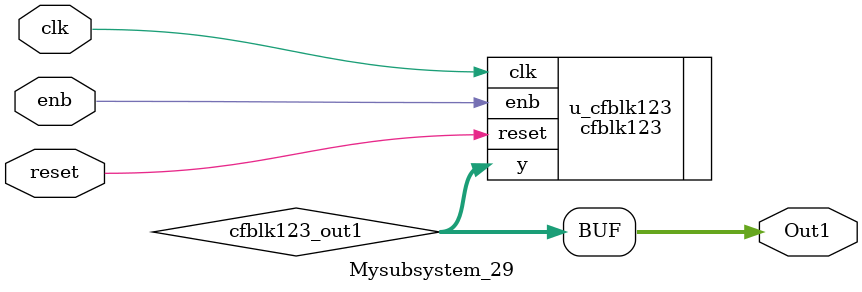
<source format=v>



`timescale 1 ns / 1 ns

module Mysubsystem_29
          (clk,
           reset,
           enb,
           Out1);


  input   clk;
  input   reset;
  input   enb;
  output  [7:0] Out1;  // uint8


  wire [7:0] cfblk123_out1;  // uint8


  cfblk123 u_cfblk123 (.clk(clk),
                       .reset(reset),
                       .enb(enb),
                       .y(cfblk123_out1)  // uint8
                       );

  assign Out1 = cfblk123_out1;

endmodule  // Mysubsystem_29


</source>
